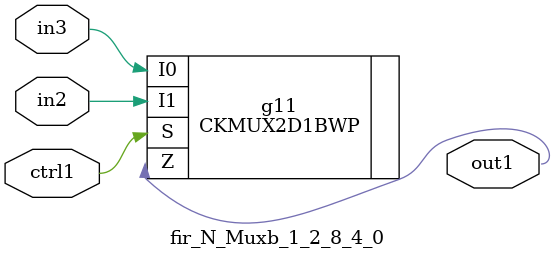
<source format=v>
`timescale 1ps / 1ps


module fir_N_Muxb_1_2_8_4_0(in3, in2, ctrl1, out1);
  input in3, in2, ctrl1;
  output out1;
  wire in3, in2, ctrl1;
  wire out1;
  CKMUX2D1BWP g11(.I0 (in3), .I1 (in2), .S (ctrl1), .Z (out1));
endmodule



</source>
